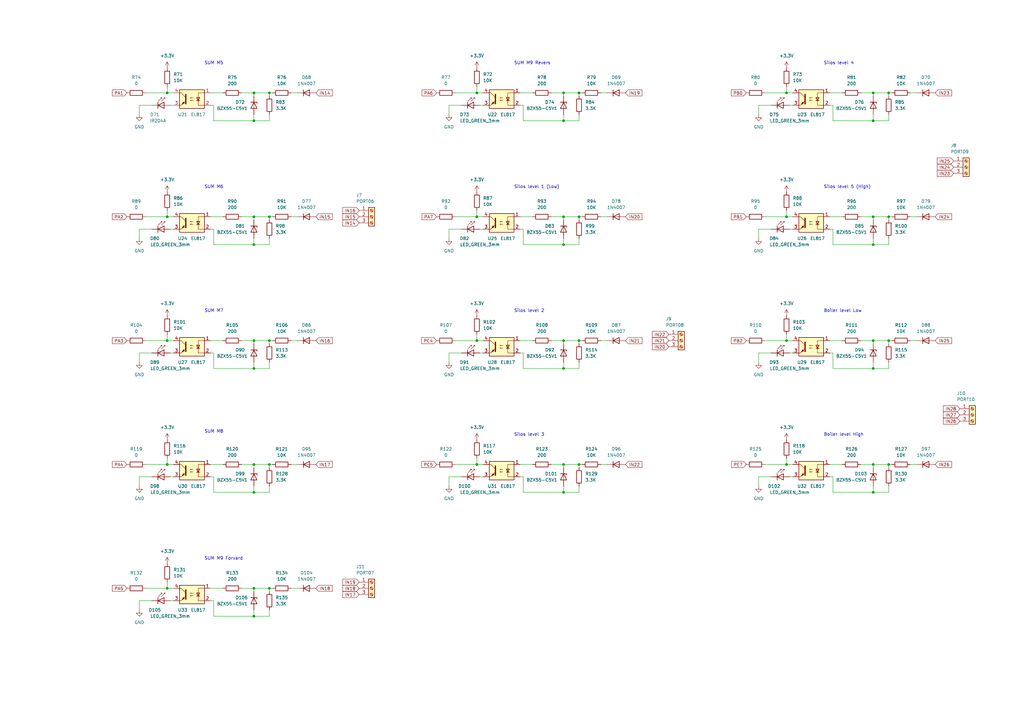
<source format=kicad_sch>
(kicad_sch (version 20211123) (generator eeschema)
  (paper "A3")
  (junction (at 104.14 38.1))
  (junction (at 358.14 139.7))
  (junction (at 195.58 38.1))
  (junction (at 231.14 100.33))
  (junction (at 237.49 88.9))
  (junction (at 68.58 190.5))
  (junction (at 364.49 190.5))
  (junction (at 68.58 88.9))
  (junction (at 358.14 88.9))
  (junction (at 358.14 100.33))
  (junction (at 231.14 151.13))
  (junction (at 195.58 88.9))
  (junction (at 231.14 38.1))
  (junction (at 231.14 190.5))
  (junction (at 364.49 139.7))
  (junction (at 322.58 139.7))
  (junction (at 231.14 49.53))
  (junction (at 104.14 100.33))
  (junction (at 110.49 139.7))
  (junction (at 104.14 139.7))
  (junction (at 231.14 201.93))
  (junction (at 237.49 139.7))
  (junction (at 358.14 49.53))
  (junction (at 104.14 241.3))
  (junction (at 322.58 190.5))
  (junction (at 104.14 88.9))
  (junction (at 68.58 139.7))
  (junction (at 322.58 88.9))
  (junction (at 358.14 151.13))
  (junction (at 104.14 151.13))
  (junction (at 110.49 88.9))
  (junction (at 358.14 38.1))
  (junction (at 104.14 201.93))
  (junction (at 68.58 241.3))
  (junction (at 195.58 190.5))
  (junction (at 110.49 241.3))
  (junction (at 104.14 190.5))
  (junction (at 358.14 190.5))
  (junction (at 237.49 190.5))
  (junction (at 110.49 38.1))
  (junction (at 237.49 38.1))
  (junction (at 68.58 38.1))
  (junction (at 110.49 190.5))
  (junction (at 364.49 88.9))
  (junction (at 195.58 139.7))
  (junction (at 231.14 88.9))
  (junction (at 364.49 38.1))
  (junction (at 231.14 139.7))
  (junction (at 358.14 201.93))
  (junction (at 104.14 49.53))
  (junction (at 322.58 38.1))
  (junction (at 104.14 252.73))
  (wire (pts (xy 373.38 88.9) (xy 375.92 88.9)))
  (wire (pts (xy 237.49 97.79) (xy 237.49 100.33)))
  (wire (pts (xy 237.49 38.1) (xy 238.76 38.1)))
  (wire (pts (xy 86.36 38.1) (xy 91.44 38.1)))
  (wire (pts (xy 186.69 38.1) (xy 195.58 38.1)))
  (wire (pts (xy 119.38 139.7) (xy 121.92 139.7)))
  (wire (pts (xy 68.58 238.76) (xy 68.58 241.3)))
  (wire (pts (xy 214.63 151.13) (xy 231.14 151.13)))
  (wire (pts (xy 340.36 93.98) (xy 341.63 93.98)))
  (wire (pts (xy 313.69 38.1) (xy 322.58 38.1)))
  (wire (pts (xy 110.49 46.99) (xy 110.49 49.53)))
  (wire (pts (xy 87.63 201.93) (xy 104.14 201.93)))
  (wire (pts (xy 184.15 93.98) (xy 189.23 93.98)))
  (wire (pts (xy 68.58 88.9) (xy 71.12 88.9)))
  (wire (pts (xy 353.06 190.5) (xy 358.14 190.5)))
  (wire (pts (xy 364.49 97.79) (xy 364.49 100.33)))
  (wire (pts (xy 341.63 43.18) (xy 341.63 49.53)))
  (wire (pts (xy 237.49 151.13) (xy 231.14 151.13)))
  (wire (pts (xy 184.15 199.39) (xy 184.15 195.58)))
  (wire (pts (xy 358.14 139.7) (xy 364.49 139.7)))
  (wire (pts (xy 57.15 246.38) (xy 62.23 246.38)))
  (wire (pts (xy 246.38 139.7) (xy 248.92 139.7)))
  (wire (pts (xy 68.58 137.16) (xy 68.58 139.7)))
  (wire (pts (xy 364.49 148.59) (xy 364.49 151.13)))
  (wire (pts (xy 196.85 195.58) (xy 198.12 195.58)))
  (wire (pts (xy 69.85 144.78) (xy 71.12 144.78)))
  (wire (pts (xy 87.63 195.58) (xy 87.63 201.93)))
  (wire (pts (xy 373.38 38.1) (xy 375.92 38.1)))
  (wire (pts (xy 231.14 148.59) (xy 231.14 151.13)))
  (wire (pts (xy 99.06 139.7) (xy 104.14 139.7)))
  (wire (pts (xy 57.15 97.79) (xy 57.15 93.98)))
  (wire (pts (xy 237.49 201.93) (xy 231.14 201.93)))
  (wire (pts (xy 110.49 252.73) (xy 104.14 252.73)))
  (wire (pts (xy 358.14 39.37) (xy 358.14 38.1)))
  (wire (pts (xy 322.58 187.96) (xy 322.58 190.5)))
  (wire (pts (xy 323.85 93.98) (xy 325.12 93.98)))
  (wire (pts (xy 341.63 151.13) (xy 358.14 151.13)))
  (wire (pts (xy 195.58 38.1) (xy 198.12 38.1)))
  (wire (pts (xy 110.49 190.5) (xy 111.76 190.5)))
  (wire (pts (xy 358.14 46.99) (xy 358.14 49.53)))
  (wire (pts (xy 104.14 139.7) (xy 110.49 139.7)))
  (wire (pts (xy 68.58 190.5) (xy 71.12 190.5)))
  (wire (pts (xy 68.58 35.56) (xy 68.58 38.1)))
  (wire (pts (xy 237.49 46.99) (xy 237.49 49.53)))
  (wire (pts (xy 86.36 43.18) (xy 87.63 43.18)))
  (wire (pts (xy 358.14 90.17) (xy 358.14 88.9)))
  (wire (pts (xy 195.58 86.36) (xy 195.58 88.9)))
  (wire (pts (xy 110.49 38.1) (xy 111.76 38.1)))
  (wire (pts (xy 110.49 97.79) (xy 110.49 100.33)))
  (wire (pts (xy 364.49 190.5) (xy 365.76 190.5)))
  (wire (pts (xy 195.58 187.96) (xy 195.58 190.5)))
  (wire (pts (xy 340.36 139.7) (xy 345.44 139.7)))
  (wire (pts (xy 364.49 38.1) (xy 365.76 38.1)))
  (wire (pts (xy 86.36 93.98) (xy 87.63 93.98)))
  (wire (pts (xy 358.14 190.5) (xy 364.49 190.5)))
  (wire (pts (xy 364.49 39.37) (xy 364.49 38.1)))
  (wire (pts (xy 104.14 190.5) (xy 110.49 190.5)))
  (wire (pts (xy 231.14 39.37) (xy 231.14 38.1)))
  (wire (pts (xy 341.63 49.53) (xy 358.14 49.53)))
  (wire (pts (xy 231.14 97.79) (xy 231.14 100.33)))
  (wire (pts (xy 358.14 199.39) (xy 358.14 201.93)))
  (wire (pts (xy 110.49 90.17) (xy 110.49 88.9)))
  (wire (pts (xy 57.15 195.58) (xy 62.23 195.58)))
  (wire (pts (xy 353.06 139.7) (xy 358.14 139.7)))
  (wire (pts (xy 364.49 88.9) (xy 365.76 88.9)))
  (wire (pts (xy 195.58 35.56) (xy 195.58 38.1)))
  (wire (pts (xy 86.36 144.78) (xy 87.63 144.78)))
  (wire (pts (xy 341.63 100.33) (xy 358.14 100.33)))
  (wire (pts (xy 237.49 191.77) (xy 237.49 190.5)))
  (wire (pts (xy 322.58 38.1) (xy 325.12 38.1)))
  (wire (pts (xy 322.58 137.16) (xy 322.58 139.7)))
  (wire (pts (xy 99.06 88.9) (xy 104.14 88.9)))
  (wire (pts (xy 213.36 139.7) (xy 218.44 139.7)))
  (wire (pts (xy 59.69 38.1) (xy 68.58 38.1)))
  (wire (pts (xy 246.38 190.5) (xy 248.92 190.5)))
  (wire (pts (xy 59.69 190.5) (xy 68.58 190.5)))
  (wire (pts (xy 364.49 90.17) (xy 364.49 88.9)))
  (wire (pts (xy 195.58 137.16) (xy 195.58 139.7)))
  (wire (pts (xy 57.15 144.78) (xy 62.23 144.78)))
  (wire (pts (xy 358.14 38.1) (xy 364.49 38.1)))
  (wire (pts (xy 231.14 140.97) (xy 231.14 139.7)))
  (wire (pts (xy 213.36 190.5) (xy 218.44 190.5)))
  (wire (pts (xy 110.49 88.9) (xy 111.76 88.9)))
  (wire (pts (xy 340.36 190.5) (xy 345.44 190.5)))
  (wire (pts (xy 184.15 148.59) (xy 184.15 144.78)))
  (wire (pts (xy 104.14 241.3) (xy 110.49 241.3)))
  (wire (pts (xy 68.58 187.96) (xy 68.58 190.5)))
  (wire (pts (xy 322.58 88.9) (xy 325.12 88.9)))
  (wire (pts (xy 364.49 191.77) (xy 364.49 190.5)))
  (wire (pts (xy 110.49 201.93) (xy 104.14 201.93)))
  (wire (pts (xy 364.49 140.97) (xy 364.49 139.7)))
  (wire (pts (xy 68.58 241.3) (xy 71.12 241.3)))
  (wire (pts (xy 186.69 88.9) (xy 195.58 88.9)))
  (wire (pts (xy 237.49 88.9) (xy 238.76 88.9)))
  (wire (pts (xy 373.38 190.5) (xy 375.92 190.5)))
  (wire (pts (xy 353.06 88.9) (xy 358.14 88.9)))
  (wire (pts (xy 68.58 139.7) (xy 71.12 139.7)))
  (wire (pts (xy 110.49 199.39) (xy 110.49 201.93)))
  (wire (pts (xy 86.36 139.7) (xy 91.44 139.7)))
  (wire (pts (xy 246.38 38.1) (xy 248.92 38.1)))
  (wire (pts (xy 119.38 88.9) (xy 121.92 88.9)))
  (wire (pts (xy 104.14 199.39) (xy 104.14 201.93)))
  (wire (pts (xy 110.49 191.77) (xy 110.49 190.5)))
  (wire (pts (xy 214.63 195.58) (xy 214.63 201.93)))
  (wire (pts (xy 68.58 38.1) (xy 71.12 38.1)))
  (wire (pts (xy 119.38 38.1) (xy 121.92 38.1)))
  (wire (pts (xy 69.85 43.18) (xy 71.12 43.18)))
  (wire (pts (xy 57.15 93.98) (xy 62.23 93.98)))
  (wire (pts (xy 57.15 250.19) (xy 57.15 246.38)))
  (wire (pts (xy 86.36 195.58) (xy 87.63 195.58)))
  (wire (pts (xy 87.63 246.38) (xy 87.63 252.73)))
  (wire (pts (xy 119.38 190.5) (xy 121.92 190.5)))
  (wire (pts (xy 59.69 88.9) (xy 68.58 88.9)))
  (wire (pts (xy 104.14 97.79) (xy 104.14 100.33)))
  (wire (pts (xy 110.49 242.57) (xy 110.49 241.3)))
  (wire (pts (xy 311.15 46.99) (xy 311.15 43.18)))
  (wire (pts (xy 195.58 139.7) (xy 198.12 139.7)))
  (wire (pts (xy 313.69 190.5) (xy 322.58 190.5)))
  (wire (pts (xy 104.14 88.9) (xy 110.49 88.9)))
  (wire (pts (xy 86.36 246.38) (xy 87.63 246.38)))
  (wire (pts (xy 341.63 195.58) (xy 341.63 201.93)))
  (wire (pts (xy 364.49 100.33) (xy 358.14 100.33)))
  (wire (pts (xy 68.58 86.36) (xy 68.58 88.9)))
  (wire (pts (xy 196.85 144.78) (xy 198.12 144.78)))
  (wire (pts (xy 213.36 43.18) (xy 214.63 43.18)))
  (wire (pts (xy 226.06 88.9) (xy 231.14 88.9)))
  (wire (pts (xy 323.85 144.78) (xy 325.12 144.78)))
  (wire (pts (xy 364.49 151.13) (xy 358.14 151.13)))
  (wire (pts (xy 341.63 201.93) (xy 358.14 201.93)))
  (wire (pts (xy 373.38 139.7) (xy 375.92 139.7)))
  (wire (pts (xy 86.36 190.5) (xy 91.44 190.5)))
  (wire (pts (xy 231.14 190.5) (xy 237.49 190.5)))
  (wire (pts (xy 104.14 90.17) (xy 104.14 88.9)))
  (wire (pts (xy 186.69 139.7) (xy 195.58 139.7)))
  (wire (pts (xy 237.49 140.97) (xy 237.49 139.7)))
  (wire (pts (xy 322.58 35.56) (xy 322.58 38.1)))
  (wire (pts (xy 214.63 144.78) (xy 214.63 151.13)))
  (wire (pts (xy 322.58 139.7) (xy 325.12 139.7)))
  (wire (pts (xy 358.14 148.59) (xy 358.14 151.13)))
  (wire (pts (xy 184.15 144.78) (xy 189.23 144.78)))
  (wire (pts (xy 358.14 88.9) (xy 364.49 88.9)))
  (wire (pts (xy 213.36 195.58) (xy 214.63 195.58)))
  (wire (pts (xy 87.63 49.53) (xy 104.14 49.53)))
  (wire (pts (xy 104.14 46.99) (xy 104.14 49.53)))
  (wire (pts (xy 110.49 148.59) (xy 110.49 151.13)))
  (wire (pts (xy 313.69 88.9) (xy 322.58 88.9)))
  (wire (pts (xy 57.15 43.18) (xy 62.23 43.18)))
  (wire (pts (xy 104.14 191.77) (xy 104.14 190.5)))
  (wire (pts (xy 340.36 43.18) (xy 341.63 43.18)))
  (wire (pts (xy 237.49 100.33) (xy 231.14 100.33)))
  (wire (pts (xy 358.14 191.77) (xy 358.14 190.5)))
  (wire (pts (xy 110.49 49.53) (xy 104.14 49.53)))
  (wire (pts (xy 213.36 38.1) (xy 218.44 38.1)))
  (wire (pts (xy 364.49 201.93) (xy 358.14 201.93)))
  (wire (pts (xy 99.06 241.3) (xy 104.14 241.3)))
  (wire (pts (xy 311.15 144.78) (xy 316.23 144.78)))
  (wire (pts (xy 237.49 90.17) (xy 237.49 88.9)))
  (wire (pts (xy 214.63 43.18) (xy 214.63 49.53)))
  (wire (pts (xy 213.36 144.78) (xy 214.63 144.78)))
  (wire (pts (xy 213.36 88.9) (xy 218.44 88.9)))
  (wire (pts (xy 87.63 252.73) (xy 104.14 252.73)))
  (wire (pts (xy 87.63 100.33) (xy 104.14 100.33)))
  (wire (pts (xy 353.06 38.1) (xy 358.14 38.1)))
  (wire (pts (xy 110.49 39.37) (xy 110.49 38.1)))
  (wire (pts (xy 119.38 241.3) (xy 121.92 241.3)))
  (wire (pts (xy 87.63 151.13) (xy 104.14 151.13)))
  (wire (pts (xy 231.14 191.77) (xy 231.14 190.5)))
  (wire (pts (xy 214.63 100.33) (xy 231.14 100.33)))
  (wire (pts (xy 237.49 139.7) (xy 238.76 139.7)))
  (wire (pts (xy 364.49 46.99) (xy 364.49 49.53)))
  (wire (pts (xy 57.15 199.39) (xy 57.15 195.58)))
  (wire (pts (xy 99.06 190.5) (xy 104.14 190.5)))
  (wire (pts (xy 322.58 86.36) (xy 322.58 88.9)))
  (wire (pts (xy 313.69 139.7) (xy 322.58 139.7)))
  (wire (pts (xy 340.36 195.58) (xy 341.63 195.58)))
  (wire (pts (xy 364.49 139.7) (xy 365.76 139.7)))
  (wire (pts (xy 364.49 49.53) (xy 358.14 49.53)))
  (wire (pts (xy 364.49 199.39) (xy 364.49 201.93)))
  (wire (pts (xy 195.58 88.9) (xy 198.12 88.9)))
  (wire (pts (xy 59.69 139.7) (xy 68.58 139.7)))
  (wire (pts (xy 231.14 38.1) (xy 237.49 38.1)))
  (wire (pts (xy 87.63 144.78) (xy 87.63 151.13)))
  (wire (pts (xy 104.14 38.1) (xy 110.49 38.1)))
  (wire (pts (xy 86.36 241.3) (xy 91.44 241.3)))
  (wire (pts (xy 110.49 250.19) (xy 110.49 252.73)))
  (wire (pts (xy 311.15 97.79) (xy 311.15 93.98)))
  (wire (pts (xy 184.15 43.18) (xy 189.23 43.18)))
  (wire (pts (xy 340.36 88.9) (xy 345.44 88.9)))
  (wire (pts (xy 104.14 148.59) (xy 104.14 151.13)))
  (wire (pts (xy 341.63 144.78) (xy 341.63 151.13)))
  (wire (pts (xy 86.36 88.9) (xy 91.44 88.9)))
  (wire (pts (xy 311.15 43.18) (xy 316.23 43.18)))
  (wire (pts (xy 196.85 43.18) (xy 198.12 43.18)))
  (wire (pts (xy 196.85 93.98) (xy 198.12 93.98)))
  (wire (pts (xy 104.14 39.37) (xy 104.14 38.1)))
  (wire (pts (xy 195.58 190.5) (xy 198.12 190.5)))
  (wire (pts (xy 57.15 148.59) (xy 57.15 144.78)))
  (wire (pts (xy 231.14 46.99) (xy 231.14 49.53)))
  (wire (pts (xy 358.14 140.97) (xy 358.14 139.7)))
  (wire (pts (xy 59.69 241.3) (xy 68.58 241.3)))
  (wire (pts (xy 110.49 151.13) (xy 104.14 151.13)))
  (wire (pts (xy 340.36 144.78) (xy 341.63 144.78)))
  (wire (pts (xy 104.14 242.57) (xy 104.14 241.3)))
  (wire (pts (xy 226.06 190.5) (xy 231.14 190.5)))
  (wire (pts (xy 186.69 190.5) (xy 195.58 190.5)))
  (wire (pts (xy 231.14 139.7) (xy 237.49 139.7)))
  (wire (pts (xy 110.49 241.3) (xy 111.76 241.3)))
  (wire (pts (xy 110.49 140.97) (xy 110.49 139.7)))
  (wire (pts (xy 237.49 49.53) (xy 231.14 49.53)))
  (wire (pts (xy 311.15 199.39) (xy 311.15 195.58)))
  (wire (pts (xy 323.85 195.58) (xy 325.12 195.58)))
  (wire (pts (xy 341.63 93.98) (xy 341.63 100.33)))
  (wire (pts (xy 184.15 97.79) (xy 184.15 93.98)))
  (wire (pts (xy 231.14 90.17) (xy 231.14 88.9)))
  (wire (pts (xy 231.14 199.39) (xy 231.14 201.93)))
  (wire (pts (xy 69.85 246.38) (xy 71.12 246.38)))
  (wire (pts (xy 87.63 93.98) (xy 87.63 100.33)))
  (wire (pts (xy 99.06 38.1) (xy 104.14 38.1)))
  (wire (pts (xy 231.14 88.9) (xy 237.49 88.9)))
  (wire (pts (xy 226.06 38.1) (xy 231.14 38.1)))
  (wire (pts (xy 226.06 139.7) (xy 231.14 139.7)))
  (wire (pts (xy 237.49 199.39) (xy 237.49 201.93)))
  (wire (pts (xy 184.15 46.99) (xy 184.15 43.18)))
  (wire (pts (xy 237.49 39.37) (xy 237.49 38.1)))
  (wire (pts (xy 311.15 195.58) (xy 316.23 195.58)))
  (wire (pts (xy 87.63 43.18) (xy 87.63 49.53)))
  (wire (pts (xy 184.15 195.58) (xy 189.23 195.58)))
  (wire (pts (xy 322.58 190.5) (xy 325.12 190.5)))
  (wire (pts (xy 214.63 49.53) (xy 231.14 49.53)))
  (wire (pts (xy 214.63 93.98) (xy 214.63 100.33)))
  (wire (pts (xy 110.49 100.33) (xy 104.14 100.33)))
  (wire (pts (xy 340.36 38.1) (xy 345.44 38.1)))
  (wire (pts (xy 69.85 93.98) (xy 71.12 93.98)))
  (wire (pts (xy 110.49 139.7) (xy 111.76 139.7)))
  (wire (pts (xy 323.85 43.18) (xy 325.12 43.18)))
  (wire (pts (xy 237.49 190.5) (xy 238.76 190.5)))
  (wire (pts (xy 246.38 88.9) (xy 248.92 88.9)))
  (wire (pts (xy 213.36 93.98) (xy 214.63 93.98)))
  (wire (pts (xy 358.14 97.79) (xy 358.14 100.33)))
  (wire (pts (xy 57.15 46.99) (xy 57.15 43.18)))
  (wire (pts (xy 69.85 195.58) (xy 71.12 195.58)))
  (wire (pts (xy 311.15 93.98) (xy 316.23 93.98)))
  (wire (pts (xy 104.14 140.97) (xy 104.14 139.7)))
  (wire (pts (xy 311.15 148.59) (xy 311.15 144.78)))
  (wire (pts (xy 104.14 250.19) (xy 104.14 252.73)))
  (wire (pts (xy 214.63 201.93) (xy 231.14 201.93)))
  (wire (pts (xy 237.49 148.59) (xy 237.49 151.13)))
  (text "SUM M7" (at 83.82 128.27 0) (effects (font (size 1.27 1.27)) (justify left bottom)))
  (text "SUM M9 Revers" (at 210.82 26.67 0) (effects (font (size 1.27 1.27)) (justify left bottom)))
  (text "Boiler level Low" (at 337.82 128.27 0) (effects (font (size 1.27 1.27)) (justify left bottom)))
  (text "SUM M6" (at 83.82 77.47 0) (effects (font (size 1.27 1.27)) (justify left bottom)))
  (text "Silos level 3" (at 210.82 179.07 0) (effects (font (size 1.27 1.27)) (justify left bottom)))
  (text "Silos level 1 (Low)" (at 210.82 77.47 0) (effects (font (size 1.27 1.27)) (justify left bottom)))
  (text "Silos level 2" (at 210.82 128.27 0) (effects (font (size 1.27 1.27)) (justify left bottom)))
  (text "SUM M5" (at 83.82 26.67 0) (effects (font (size 1.27 1.27)) (justify left bottom)))
  (text "SUM M8" (at 83.82 177.8 0) (effects (font (size 1.27 1.27)) (justify left bottom)))
  (text "Silos level 4" (at 337.82 26.67 0) (effects (font (size 1.27 1.27)) (justify left bottom)))
  (text "Silos level 5 (High)" (at 337.82 77.47 0) (effects (font (size 1.27 1.27)) (justify left bottom)))
  (text "SUM M9 Forvard" (at 83.82 229.87 0) (effects (font (size 1.27 1.27)) (justify left bottom)))
  (text "Boiler level High" (at 337.82 179.07 0) (effects (font (size 1.27 1.27)) (justify left bottom)))
  (global_label "IN17" (shape input) (at 129.54 190.5 0) (property "Intersheet References" "${INTERSHEET_REFS}" (effects hide)))
  (global_label "IN14" (shape input) (at 129.54 38.1 0) (property "Intersheet References" "${INTERSHEET_REFS}" (effects hide)))
  (global_label "IN24" (shape input) (at 383.54 88.9 0) (property "Intersheet References" "${INTERSHEET_REFS}" (effects hide)))
  (global_label "IN18" (shape input) (at 147.32 241.3 180) (property "Intersheet References" "${INTERSHEET_REFS}" (effects hide)))
  (global_label "IN15" (shape input) (at 129.54 88.9 0) (property "Intersheet References" "${INTERSHEET_REFS}" (effects hide)))
  (global_label "IN18" (shape input) (at 129.54 241.3 0) (property "Intersheet References" "${INTERSHEET_REFS}" (effects hide)))
  (global_label "IN28" (shape input) (at 393.7 167.64 180) (property "Intersheet References" "${INTERSHEET_REFS}" (effects hide)))
  (global_label "IN26" (shape input) (at 393.7 172.72 180) (property "Intersheet References" "${INTERSHEET_REFS}" (effects hide)))
  (global_label "IN21" (shape input) (at 256.54 139.7 0) (property "Intersheet References" "${INTERSHEET_REFS}" (effects hide)))
  (global_label "PA2" (shape input) (at 52.07 88.9 180) (property "Intersheet References" "${INTERSHEET_REFS}" (effects hide)))
  (global_label "PA1" (shape input) (at 52.07 38.1 180) (property "Intersheet References" "${INTERSHEET_REFS}" (effects hide)))
  (global_label "IN22" (shape input) (at 256.54 190.5 0) (property "Intersheet References" "${INTERSHEET_REFS}" (effects hide)))
  (global_label "IN19" (shape input) (at 147.32 238.76 180) (property "Intersheet References" "${INTERSHEET_REFS}" (effects hide)))
  (global_label "IN22" (shape input) (at 274.32 137.16 180) (property "Intersheet References" "${INTERSHEET_REFS}" (effects hide)))
  (global_label "IN25" (shape input) (at 383.54 139.7 0) (property "Intersheet References" "${INTERSHEET_REFS}" (effects hide)))
  (global_label "PA3" (shape input) (at 52.07 139.7 180) (property "Intersheet References" "${INTERSHEET_REFS}" (effects hide)))
  (global_label "IN27" (shape input) (at 393.7 170.18 180) (property "Intersheet References" "${INTERSHEET_REFS}" (effects hide)))
  (global_label "IN23" (shape input) (at 383.54 38.1 0) (property "Intersheet References" "${INTERSHEET_REFS}" (effects hide)))
  (global_label "IN23" (shape input) (at 391.16 71.12 180) (property "Intersheet References" "${INTERSHEET_REFS}" (effects hide)))
  (global_label "PC4" (shape input) (at 179.07 139.7 180) (property "Intersheet References" "${INTERSHEET_REFS}" (effects hide)))
  (global_label "PB2" (shape input) (at 306.07 139.7 180) (property "Intersheet References" "${INTERSHEET_REFS}" (effects hide)))
  (global_label "IN16" (shape input) (at 129.54 139.7 0) (property "Intersheet References" "${INTERSHEET_REFS}" (effects hide)))
  (global_label "PA7" (shape input) (at 179.07 88.9 180) (property "Intersheet References" "${INTERSHEET_REFS}" (effects hide)))
  (global_label "IN24" (shape input) (at 391.16 68.58 180) (property "Intersheet References" "${INTERSHEET_REFS}" (effects hide)))
  (global_label "IN20" (shape input) (at 256.54 88.9 0) (property "Intersheet References" "${INTERSHEET_REFS}" (effects hide)))
  (global_label "IN14" (shape input) (at 147.32 91.44 180) (property "Intersheet References" "${INTERSHEET_REFS}" (effects hide)))
  (global_label "PC5" (shape input) (at 179.07 190.5 180) (property "Intersheet References" "${INTERSHEET_REFS}" (effects hide)))
  (global_label "IN16" (shape input) (at 147.32 86.36 180) (property "Intersheet References" "${INTERSHEET_REFS}" (effects hide)))
  (global_label "PB1" (shape input) (at 306.07 88.9 180) (property "Intersheet References" "${INTERSHEET_REFS}" (effects hide)))
  (global_label "PA4" (shape input) (at 52.07 190.5 180) (property "Intersheet References" "${INTERSHEET_REFS}" (effects hide)))
  (global_label "PE7" (shape input) (at 306.07 190.5 180) (property "Intersheet References" "${INTERSHEET_REFS}" (effects hide)))
  (global_label "IN17" (shape input) (at 147.32 243.84 180) (property "Intersheet References" "${INTERSHEET_REFS}" (effects hide)))
  (global_label "IN15" (shape input) (at 147.32 88.9 180) (property "Intersheet References" "${INTERSHEET_REFS}" (effects hide)))
  (global_label "PA6" (shape input) (at 179.07 38.1 180) (property "Intersheet References" "${INTERSHEET_REFS}" (effects hide)))
  (global_label "PA5" (shape input) (at 52.07 241.3 180) (property "Intersheet References" "${INTERSHEET_REFS}" (effects hide)))
  (global_label "IN26" (shape input) (at 383.54 190.5 0) (property "Intersheet References" "${INTERSHEET_REFS}" (effects hide)))
  (global_label "IN25" (shape input) (at 391.16 66.04 180) (property "Intersheet References" "${INTERSHEET_REFS}" (effects hide)))
  (global_label "PB0" (shape input) (at 306.07 38.1 180) (property "Intersheet References" "${INTERSHEET_REFS}" (effects hide)))
  (global_label "IN20" (shape input) (at 274.32 142.24 180) (property "Intersheet References" "${INTERSHEET_REFS}" (effects hide)))
  (global_label "IN19" (shape input) (at 256.54 38.1 0) (property "Intersheet References" "${INTERSHEET_REFS}" (effects hide)))
  (global_label "IN21" (shape input) (at 274.32 139.7 180) (property "Intersheet References" "${INTERSHEET_REFS}" (effects hide)))
  (symbol (lib_id "power:+3.3V") (at 68.58 27.94 0) (unit 1)
    (property "Reference" "#PWR053" (effects hide))
    (property "Value" "+3.3V" (at 68.58 22.86 0))
  )
  (symbol (lib_id "power:GND") (at 311.15 199.39 0) (unit 1)
    (property "Reference" "#PWR076" (effects hide))
    (property "Value" "GND" (at 311.15 204.47 0))
  )
  (symbol (lib_id "Device:R") (at 182.88 139.7 90) (unit 1)
    (property "Reference" "R107" (at 182.88 133.35 90))
    (property "Value" "0" (at 182.88 135.89 90))
    (property "Footprint" "Resistor_SMD:R_0805_2012Metric" (effects hide))
  )
  (symbol (lib_id "Device:R") (at 369.57 38.1 90) (unit 1)
    (property "Reference" "R82" (at 369.57 31.75 90))
    (property "Value" "10K" (at 369.57 34.29 90))
    (property "Footprint" "Resistor_SMD:R_2512_6332Metric" (effects hide))
  )
  (symbol (lib_id "Device:R") (at 369.57 88.9 90) (unit 1)
    (property "Reference" "R97" (at 369.57 82.55 90))
    (property "Value" "10K" (at 369.57 85.09 90))
    (property "Footprint" "Resistor_SMD:R_2512_6332Metric" (effects hide))
  )
  (symbol (lib_id "Device:R") (at 237.49 195.58 0) (unit 1)
    (property "Reference" "R129" (at 240.03 194.3099 0) (effects (justify left)))
    (property "Value" "3.3K" (at 240.03 196.8499 0) (effects (justify left)))
    (property "Footprint" "Resistor_SMD:R_1206_3216Metric" (effects hide))
  )
  (symbol (lib_id "Device:R") (at 309.88 190.5 90) (unit 1)
    (property "Reference" "R125" (at 309.88 184.15 90))
    (property "Value" "0" (at 309.88 186.69 90))
    (property "Footprint" "Resistor_SMD:R_0805_2012Metric" (effects hide))
  )
  (symbol (lib_id "Device:R") (at 237.49 93.98 0) (unit 1)
    (property "Reference" "R99" (at 240.03 92.7099 0) (effects (justify left)))
    (property "Value" "3.3K" (at 240.03 95.2499 0) (effects (justify left)))
    (property "Footprint" "Resistor_SMD:R_1206_3216Metric" (effects hide))
  )
  (symbol (lib_id "power:+3.3V") (at 68.58 231.14 0) (unit 1)
    (property "Reference" "#PWR077" (effects hide))
    (property "Value" "+3.3V" (at 68.58 226.06 0))
  )
  (symbol (lib_id "Device:D_Zener") (at 358.14 93.98 270) (unit 1)
    (property "Reference" "D85" (at 350.52 92.71 90) (effects (justify left)))
    (property "Value" "BZX55-C5V1" (at 342.9 95.25 90) (effects (justify left)))
    (property "Footprint" "Diode_THT:D_DO-35_SOD27_P2.54mm_Vertical_AnodeUp" (effects hide))
  )
  (symbol (lib_id "Device:D_Zener") (at 358.14 144.78 270) (unit 1)
    (property "Reference" "D94" (at 350.52 143.51 90) (effects (justify left)))
    (property "Value" "BZX55-C5V1" (at 342.9 146.05 90) (effects (justify left)))
    (property "Footprint" "Diode_THT:D_DO-35_SOD27_P2.54mm_Vertical_AnodeUp" (effects hide))
  )
  (symbol (lib_id "power:+3.3V") (at 68.58 78.74 0) (unit 1)
    (property "Reference" "#PWR059" (effects hide))
    (property "Value" "+3.3V" (at 68.58 73.66 0))
  )
  (symbol (lib_id "Connector:Screw_Terminal_01x03") (at 152.4 88.9 0) (unit 1)
    (property "Reference" "J7" (at 146.05 80.01 0) (effects (justify left)))
    (property "Value" "PORT06" (at 146.05 82.55 0) (effects (justify left)))
    (property "Footprint" "MY_LIBRARYS:DG306-5.0-03P-12-00A" (effects hide))
  )
  (symbol (lib_id "Device:R") (at 95.25 190.5 90) (unit 1)
    (property "Reference" "R120" (at 95.25 184.15 90))
    (property "Value" "200" (at 95.25 186.69 90))
    (property "Footprint" "Resistor_SMD:R_0805_2012Metric" (effects hide))
  )
  (symbol (lib_id "power:GND") (at 184.15 97.79 0) (unit 1)
    (property "Reference" "#PWR063" (effects hide))
    (property "Value" "GND" (at 184.15 102.87 0))
  )
  (symbol (lib_id "power:GND") (at 57.15 46.99 0) (unit 1)
    (property "Reference" "#PWR056" (effects hide))
    (property "Value" "GND" (at 57.15 52.07 0))
  )
  (symbol (lib_id "LED:IR204A") (at 194.31 43.18 0) (unit 1)
    (property "Reference" "D73" (at 190.5 46.99 0))
    (property "Value" "LED_GREEN_3mm" (at 196.85 49.53 0))
    (property "Footprint" "LED_THT:LED_D3.0mm" (effects hide))
    (property "Datasheet" "http://www.everlight.com/file/ProductFile/IR204-A.pdf" (effects hide))
  )
  (symbol (lib_id "Device:R") (at 182.88 38.1 90) (unit 1)
    (property "Reference" "R77" (at 182.88 31.75 90))
    (property "Value" "0" (at 182.88 34.29 90))
    (property "Footprint" "Resistor_SMD:R_0805_2012Metric" (effects hide))
  )
  (symbol (lib_id "Isolator:EL817") (at 78.74 193.04 0) (mirror y) (unit 1)
    (property "Reference" "U30" (at 74.93 199.39 0))
    (property "Value" "EL817" (at 81.28 199.39 0))
    (property "Footprint" "Package_DIP:DIP-4_W7.62mm" (effects hide))
    (property "Datasheet" "http://www.everlight.com/file/ProductFile/EL817.pdf" (effects hide))
  )
  (symbol (lib_id "Device:R") (at 309.88 139.7 90) (unit 1)
    (property "Reference" "R110" (at 309.88 133.35 90))
    (property "Value" "0" (at 309.88 135.89 90))
    (property "Footprint" "Resistor_SMD:R_0805_2012Metric" (effects hide))
  )
  (symbol (lib_id "Device:R") (at 95.25 139.7 90) (unit 1)
    (property "Reference" "R105" (at 95.25 133.35 90))
    (property "Value" "200" (at 95.25 135.89 90))
    (property "Footprint" "Resistor_SMD:R_0805_2012Metric" (effects hide))
  )
  (symbol (lib_id "power:+3.3V") (at 322.58 180.34 0) (unit 1)
    (property "Reference" "#PWR073" (effects hide))
    (property "Value" "+3.3V" (at 322.58 175.26 0))
  )
  (symbol (lib_id "Device:R") (at 115.57 241.3 90) (unit 1)
    (property "Reference" "R134" (at 115.57 234.95 90))
    (property "Value" "10K" (at 115.57 237.49 90))
    (property "Footprint" "Resistor_SMD:R_2512_6332Metric" (effects hide))
  )
  (symbol (lib_id "Diode:1N4007") (at 379.73 139.7 0) (unit 1)
    (property "Reference" "D88" (at 379.73 133.35 0))
    (property "Value" "1N4007" (at 379.73 135.89 0))
    (property "Footprint" "Diode_THT:D_DO-41_SOD81_P10.16mm_Horizontal" (effects hide))
    (property "Datasheet" "http://www.vishay.com/docs/88503/1n4001.pdf" (effects hide))
  )
  (symbol (lib_id "Isolator:EL817") (at 332.74 40.64 0) (mirror y) (unit 1)
    (property "Reference" "U23" (at 328.93 46.99 0))
    (property "Value" "EL817" (at 335.28 46.99 0))
    (property "Footprint" "Package_DIP:DIP-4_W7.62mm" (effects hide))
    (property "Datasheet" "http://www.everlight.com/file/ProductFile/EL817.pdf" (effects hide))
  )
  (symbol (lib_id "power:+3.3V") (at 322.58 27.94 0) (unit 1)
    (property "Reference" "#PWR055" (effects hide))
    (property "Value" "+3.3V" (at 322.58 22.86 0))
  )
  (symbol (lib_id "Device:D_Zener") (at 104.14 246.38 270) (unit 1)
    (property "Reference" "D106" (at 96.52 245.11 90) (effects (justify left)))
    (property "Value" "BZX55-C5V1" (at 88.9 247.65 90) (effects (justify left)))
    (property "Footprint" "Diode_THT:D_DO-35_SOD27_P2.54mm_Vertical_AnodeUp" (effects hide))
  )
  (symbol (lib_id "power:+3.3V") (at 195.58 27.94 0) (unit 1)
    (property "Reference" "#PWR054" (effects hide))
    (property "Value" "+3.3V" (at 195.58 22.86 0))
  )
  (symbol (lib_id "Isolator:EL817") (at 205.74 142.24 0) (mirror y) (unit 1)
    (property "Reference" "U28" (at 201.93 148.59 0))
    (property "Value" "EL817" (at 208.28 148.59 0))
    (property "Footprint" "Package_DIP:DIP-4_W7.62mm" (effects hide))
    (property "Datasheet" "http://www.everlight.com/file/ProductFile/EL817.pdf" (effects hide))
  )
  (symbol (lib_id "Device:R") (at 115.57 88.9 90) (unit 1)
    (property "Reference" "R91" (at 115.57 82.55 90))
    (property "Value" "10K" (at 115.57 85.09 90))
    (property "Footprint" "Resistor_SMD:R_2512_6332Metric" (effects hide))
  )
  (symbol (lib_id "Diode:1N4007") (at 125.73 139.7 0) (unit 1)
    (property "Reference" "D86" (at 125.73 133.35 0))
    (property "Value" "1N4007" (at 125.73 135.89 0))
    (property "Footprint" "Diode_THT:D_DO-41_SOD81_P10.16mm_Horizontal" (effects hide))
    (property "Datasheet" "http://www.vishay.com/docs/88503/1n4001.pdf" (effects hide))
  )
  (symbol (lib_id "Device:R") (at 95.25 241.3 90) (unit 1)
    (property "Reference" "R133" (at 95.25 234.95 90))
    (property "Value" "200" (at 95.25 237.49 90))
    (property "Footprint" "Resistor_SMD:R_0805_2012Metric" (effects hide))
  )
  (symbol (lib_id "Device:R") (at 222.25 139.7 90) (unit 1)
    (property "Reference" "R108" (at 222.25 133.35 90))
    (property "Value" "200" (at 222.25 135.89 90))
    (property "Footprint" "Resistor_SMD:R_0805_2012Metric" (effects hide))
  )
  (symbol (lib_id "Isolator:EL817") (at 78.74 142.24 0) (mirror y) (unit 1)
    (property "Reference" "U27" (at 74.93 148.59 0))
    (property "Value" "EL817" (at 81.28 148.59 0))
    (property "Footprint" "Package_DIP:DIP-4_W7.62mm" (effects hide))
    (property "Datasheet" "http://www.everlight.com/file/ProductFile/EL817.pdf" (effects hide))
  )
  (symbol (lib_id "Device:D_Zener") (at 104.14 144.78 270) (unit 1)
    (property "Reference" "D90" (at 96.52 143.51 90) (effects (justify left)))
    (property "Value" "BZX55-C5V1" (at 88.9 146.05 90) (effects (justify left)))
    (property "Footprint" "Diode_THT:D_DO-35_SOD27_P2.54mm_Vertical_AnodeUp" (effects hide))
  )
  (symbol (lib_id "power:+3.3V") (at 195.58 78.74 0) (unit 1)
    (property "Reference" "#PWR060" (effects hide))
    (property "Value" "+3.3V" (at 195.58 73.66 0))
  )
  (symbol (lib_id "LED:IR204A") (at 67.31 144.78 0) (unit 1)
    (property "Reference" "D89" (at 63.5 148.59 0))
    (property "Value" "LED_GREEN_3mm" (at 69.85 151.13 0))
    (property "Footprint" "LED_THT:LED_D3.0mm" (effects hide))
    (property "Datasheet" "http://www.everlight.com/file/ProductFile/IR204-A.pdf" (effects hide))
  )
  (symbol (lib_id "Device:R") (at 55.88 139.7 90) (unit 1)
    (property "Reference" "R104" (at 55.88 133.35 90))
    (property "Value" "0" (at 55.88 135.89 90))
    (property "Footprint" "Resistor_SMD:R_0805_2012Metric" (effects hide))
  )
  (symbol (lib_id "Device:R") (at 182.88 190.5 90) (unit 1)
    (property "Reference" "R122" (at 182.88 184.15 90))
    (property "Value" "0" (at 182.88 186.69 90))
    (property "Footprint" "Resistor_SMD:R_0805_2012Metric" (effects hide))
  )
  (symbol (lib_id "power:GND") (at 57.15 148.59 0) (unit 1)
    (property "Reference" "#PWR068" (effects hide))
    (property "Value" "GND" (at 57.15 153.67 0))
  )
  (symbol (lib_id "power:+3.3V") (at 322.58 129.54 0) (unit 1)
    (property "Reference" "#PWR067" (effects hide))
    (property "Value" "+3.3V" (at 322.58 124.46 0))
  )
  (symbol (lib_id "Device:D_Zener") (at 231.14 195.58 270) (unit 1)
    (property "Reference" "D101" (at 223.52 194.31 90) (effects (justify left)))
    (property "Value" "BZX55-C5V1" (at 215.9 196.85 90) (effects (justify left)))
    (property "Footprint" "Diode_THT:D_DO-35_SOD27_P2.54mm_Vertical_AnodeUp" (effects hide))
  )
  (symbol (lib_id "Device:D_Zener") (at 104.14 195.58 270) (unit 1)
    (property "Reference" "D99" (at 96.52 194.31 90) (effects (justify left)))
    (property "Value" "BZX55-C5V1" (at 88.9 196.85 90) (effects (justify left)))
    (property "Footprint" "Diode_THT:D_DO-35_SOD27_P2.54mm_Vertical_AnodeUp" (effects hide))
  )
  (symbol (lib_id "power:GND") (at 184.15 148.59 0) (unit 1)
    (property "Reference" "#PWR069" (effects hide))
    (property "Value" "GND" (at 184.15 153.67 0))
  )
  (symbol (lib_id "power:+3.3V") (at 322.58 78.74 0) (unit 1)
    (property "Reference" "#PWR061" (effects hide))
    (property "Value" "+3.3V" (at 322.58 73.66 0))
  )
  (symbol (lib_id "Diode:1N4007") (at 379.73 88.9 0) (unit 1)
    (property "Reference" "D79" (at 379.73 82.55 0))
    (property "Value" "1N4007" (at 379.73 85.09 0))
    (property "Footprint" "Diode_THT:D_DO-41_SOD81_P10.16mm_Horizontal" (effects hide))
    (property "Datasheet" "http://www.vishay.com/docs/88503/1n4001.pdf" (effects hide))
  )
  (symbol (lib_id "Device:R") (at 369.57 190.5 90) (unit 1)
    (property "Reference" "R127" (at 369.57 184.15 90))
    (property "Value" "10K" (at 369.57 186.69 90))
    (property "Footprint" "Resistor_SMD:R_2512_6332Metric" (effects hide))
  )
  (symbol (lib_id "Device:R") (at 237.49 43.18 0) (unit 1)
    (property "Reference" "R84" (at 240.03 41.9099 0) (effects (justify left)))
    (property "Value" "3.3K" (at 240.03 44.4499 0) (effects (justify left)))
    (property "Footprint" "Resistor_SMD:R_1206_3216Metric" (effects hide))
  )
  (symbol (lib_id "Device:D_Zener") (at 104.14 93.98 270) (unit 1)
    (property "Reference" "D81" (at 96.52 92.71 90) (effects (justify left)))
    (property "Value" "BZX55-C5V1" (at 88.9 95.25 90) (effects (justify left)))
    (property "Footprint" "Diode_THT:D_DO-35_SOD27_P2.54mm_Vertical_AnodeUp" (effects hide))
  )
  (symbol (lib_id "LED:IR204A") (at 194.31 144.78 0) (unit 1)
    (property "Reference" "D91" (at 190.5 148.59 0))
    (property "Value" "LED_GREEN_3mm" (at 196.85 151.13 0))
    (property "Footprint" "LED_THT:LED_D3.0mm" (effects hide))
    (property "Datasheet" "http://www.everlight.com/file/ProductFile/IR204-A.pdf" (effects hide))
  )
  (symbol (lib_id "Device:R") (at 195.58 82.55 0) (unit 1)
    (property "Reference" "R87" (at 198.12 81.2799 0) (effects (justify left)))
    (property "Value" "10K" (at 198.12 83.8199 0) (effects (justify left)))
    (property "Footprint" "Resistor_SMD:R_0805_2012Metric" (effects hide))
  )
  (symbol (lib_id "Connector:Screw_Terminal_01x03") (at 396.24 68.58 0) (unit 1)
    (property "Reference" "J8" (at 389.89 59.69 0) (effects (justify left)))
    (property "Value" "PORT09" (at 389.89 62.23 0) (effects (justify left)))
    (property "Footprint" "MY_LIBRARYS:DG306-5.0-03P-12-00A" (effects hide))
  )
  (symbol (lib_id "LED:IR204A") (at 67.31 43.18 0) (unit 1)
    (property "Reference" "D71" (at 63.5 46.99 0))
    (property "Value" "IR204A" (at 64.77 49.53 0))
    (property "Footprint" "LED_THT:LED_D3.0mm_IRBlack" (effects hide))
    (property "Datasheet" "http://www.everlight.com/file/ProductFile/IR204-A.pdf" (effects hide))
  )
  (symbol (lib_id "LED:IR204A") (at 321.31 195.58 0) (unit 1)
    (property "Reference" "D102" (at 317.5 199.39 0))
    (property "Value" "LED_GREEN_3mm" (at 323.85 201.93 0))
    (property "Footprint" "LED_THT:LED_D3.0mm" (effects hide))
    (property "Datasheet" "http://www.everlight.com/file/ProductFile/IR204-A.pdf" (effects hide))
  )
  (symbol (lib_id "Device:R") (at 222.25 88.9 90) (unit 1)
    (property "Reference" "R93" (at 222.25 82.55 90))
    (property "Value" "200" (at 222.25 85.09 90))
    (property "Footprint" "Resistor_SMD:R_0805_2012Metric" (effects hide))
  )
  (symbol (lib_id "Isolator:EL817") (at 332.74 91.44 0) (mirror y) (unit 1)
    (property "Reference" "U26" (at 328.93 97.79 0))
    (property "Value" "EL817" (at 335.28 97.79 0))
    (property "Footprint" "Package_DIP:DIP-4_W7.62mm" (effects hide))
    (property "Datasheet" "http://www.everlight.com/file/ProductFile/EL817.pdf" (effects hide))
  )
  (symbol (lib_id "Connector:Screw_Terminal_01x03") (at 152.4 241.3 0) (unit 1)
    (property "Reference" "J11" (at 146.05 232.41 0) (effects (justify left)))
    (property "Value" "PORT07" (at 146.05 234.95 0) (effects (justify left)))
    (property "Footprint" "MY_LIBRARYS:DG306-5.0-03P-12-00A" (effects hide))
  )
  (symbol (lib_id "Device:R") (at 237.49 144.78 0) (unit 1)
    (property "Reference" "R114" (at 240.03 143.5099 0) (effects (justify left)))
    (property "Value" "3.3K" (at 240.03 146.0499 0) (effects (justify left)))
    (property "Footprint" "Resistor_SMD:R_1206_3216Metric" (effects hide))
  )
  (symbol (lib_id "Isolator:EL817") (at 205.74 193.04 0) (mirror y) (unit 1)
    (property "Reference" "U31" (at 201.93 199.39 0))
    (property "Value" "EL817" (at 208.28 199.39 0))
    (property "Footprint" "Package_DIP:DIP-4_W7.62mm" (effects hide))
    (property "Datasheet" "http://www.everlight.com/file/ProductFile/EL817.pdf" (effects hide))
  )
  (symbol (lib_id "power:GND") (at 184.15 46.99 0) (unit 1)
    (property "Reference" "#PWR057" (effects hide))
    (property "Value" "GND" (at 184.15 52.07 0))
  )
  (symbol (lib_id "Device:R") (at 115.57 190.5 90) (unit 1)
    (property "Reference" "R121" (at 115.57 184.15 90))
    (property "Value" "10K" (at 115.57 186.69 90))
    (property "Footprint" "Resistor_SMD:R_2512_6332Metric" (effects hide))
  )
  (symbol (lib_id "Device:R") (at 115.57 38.1 90) (unit 1)
    (property "Reference" "R76" (at 115.57 31.75 90))
    (property "Value" "10K" (at 115.57 34.29 90))
    (property "Footprint" "Resistor_SMD:R_2512_6332Metric" (effects hide))
  )
  (symbol (lib_id "Isolator:EL817") (at 332.74 142.24 0) (mirror y) (unit 1)
    (property "Reference" "U29" (at 328.93 148.59 0))
    (property "Value" "EL817" (at 335.28 148.59 0))
    (property "Footprint" "Package_DIP:DIP-4_W7.62mm" (effects hide))
    (property "Datasheet" "http://www.everlight.com/file/ProductFile/EL817.pdf" (effects hide))
  )
  (symbol (lib_id "LED:IR204A") (at 321.31 144.78 0) (unit 1)
    (property "Reference" "D93" (at 317.5 148.59 0))
    (property "Value" "LED_GREEN_3mm" (at 323.85 151.13 0))
    (property "Footprint" "LED_THT:LED_D3.0mm" (effects hide))
    (property "Datasheet" "http://www.everlight.com/file/ProductFile/IR204-A.pdf" (effects hide))
  )
  (symbol (lib_id "Device:R") (at 322.58 82.55 0) (unit 1)
    (property "Reference" "R88" (at 325.12 81.2799 0) (effects (justify left)))
    (property "Value" "10K" (at 325.12 83.8199 0) (effects (justify left)))
    (property "Footprint" "Resistor_SMD:R_0805_2012Metric" (effects hide))
  )
  (symbol (lib_id "Device:R") (at 349.25 38.1 90) (unit 1)
    (property "Reference" "R81" (at 349.25 31.75 90))
    (property "Value" "200" (at 349.25 34.29 90))
    (property "Footprint" "Resistor_SMD:R_0805_2012Metric" (effects hide))
  )
  (symbol (lib_id "Device:R") (at 369.57 139.7 90) (unit 1)
    (property "Reference" "R112" (at 369.57 133.35 90))
    (property "Value" "10K" (at 369.57 135.89 90))
    (property "Footprint" "Resistor_SMD:R_2512_6332Metric" (effects hide))
  )
  (symbol (lib_id "Connector:Screw_Terminal_01x03") (at 279.4 139.7 0) (unit 1)
    (property "Reference" "J9" (at 273.05 130.81 0) (effects (justify left)))
    (property "Value" "PORT08" (at 273.05 133.35 0) (effects (justify left)))
    (property "Footprint" "MY_LIBRARYS:DG306-5.0-03P-12-00A" (effects hide))
  )
  (symbol (lib_id "power:GND") (at 57.15 199.39 0) (unit 1)
    (property "Reference" "#PWR074" (effects hide))
    (property "Value" "GND" (at 57.15 204.47 0))
  )
  (symbol (lib_id "Device:R") (at 182.88 88.9 90) (unit 1)
    (property "Reference" "R92" (at 182.88 82.55 90))
    (property "Value" "0" (at 182.88 85.09 90))
    (property "Footprint" "Resistor_SMD:R_0805_2012Metric" (effects hide))
  )
  (symbol (lib_id "Device:R") (at 110.49 246.38 0) (unit 1)
    (property "Reference" "R135" (at 113.03 245.1099 0) (effects (justify left)))
    (property "Value" "3.3K" (at 113.03 247.6499 0) (effects (justify left)))
    (property "Footprint" "Resistor_SMD:R_1206_3216Metric" (effects hide))
  )
  (symbol (lib_id "LED:IR204A") (at 67.31 195.58 0) (unit 1)
    (property "Reference" "D98" (at 63.5 199.39 0))
    (property "Value" "LED_GREEN_3mm" (at 69.85 201.93 0))
    (property "Footprint" "LED_THT:LED_D3.0mm" (effects hide))
    (property "Datasheet" "http://www.everlight.com/file/ProductFile/IR204-A.pdf" (effects hide))
  )
  (symbol (lib_id "Diode:1N4007") (at 379.73 190.5 0) (unit 1)
    (property "Reference" "D97" (at 379.73 184.15 0))
    (property "Value" "1N4007" (at 379.73 186.69 0))
    (property "Footprint" "Diode_THT:D_DO-41_SOD81_P10.16mm_Horizontal" (effects hide))
    (property "Datasheet" "http://www.vishay.com/docs/88503/1n4001.pdf" (effects hide))
  )
  (symbol (lib_id "Isolator:EL817") (at 205.74 91.44 0) (mirror y) (unit 1)
    (property "Reference" "U25" (at 201.93 97.79 0))
    (property "Value" "EL817" (at 208.28 97.79 0))
    (property "Footprint" "Package_DIP:DIP-4_W7.62mm" (effects hide))
    (property "Datasheet" "http://www.everlight.com/file/ProductFile/EL817.pdf" (effects hide))
  )
  (symbol (lib_id "Device:R") (at 195.58 184.15 0) (unit 1)
    (property "Reference" "R117" (at 198.12 182.8799 0) (effects (justify left)))
    (property "Value" "10K" (at 198.12 185.4199 0) (effects (justify left)))
    (property "Footprint" "Resistor_SMD:R_0805_2012Metric" (effects hide))
  )
  (symbol (lib_id "power:GND") (at 57.15 250.19 0) (unit 1)
    (property "Reference" "#PWR078" (effects hide))
    (property "Value" "GND" (at 57.15 255.27 0))
  )
  (symbol (lib_id "Diode:1N4007") (at 125.73 190.5 0) (unit 1)
    (property "Reference" "D95" (at 125.73 184.15 0))
    (property "Value" "1N4007" (at 125.73 186.69 0))
    (property "Footprint" "Diode_THT:D_DO-41_SOD81_P10.16mm_Horizontal" (effects hide))
    (property "Datasheet" "http://www.vishay.com/docs/88503/1n4001.pdf" (effects hide))
  )
  (symbol (lib_id "Device:R") (at 364.49 93.98 0) (unit 1)
    (property "Reference" "R100" (at 367.03 92.7099 0) (effects (justify left)))
    (property "Value" "3.3K" (at 367.03 95.2499 0) (effects (justify left)))
    (property "Footprint" "Resistor_SMD:R_1206_3216Metric" (effects hide))
  )
  (symbol (lib_id "Device:D_Zener") (at 104.14 43.18 270) (unit 1)
    (property "Reference" "D72" (at 96.52 41.91 90) (effects (justify left)))
    (property "Value" "BZX55-C5V1" (at 88.9 44.45 90) (effects (justify left)))
    (property "Footprint" "Diode_THT:D_DO-35_SOD27_P2.54mm_Vertical_AnodeUp" (effects hide))
  )
  (symbol (lib_id "Device:R") (at 195.58 31.75 0) (unit 1)
    (property "Reference" "R72" (at 198.12 30.4799 0) (effects (justify left)))
    (property "Value" "10K" (at 198.12 33.0199 0) (effects (justify left)))
    (property "Footprint" "Resistor_SMD:R_0805_2012Metric" (effects hide))
  )
  (symbol (lib_id "Device:R") (at 55.88 241.3 90) (unit 1)
    (property "Reference" "R132" (at 55.88 234.95 90))
    (property "Value" "0" (at 55.88 237.49 90))
    (property "Footprint" "Resistor_SMD:R_0805_2012Metric" (effects hide))
  )
  (symbol (lib_id "Diode:1N4007") (at 125.73 88.9 0) (unit 1)
    (property "Reference" "D77" (at 125.73 82.55 0))
    (property "Value" "1N4007" (at 125.73 85.09 0))
    (property "Footprint" "Diode_THT:D_DO-41_SOD81_P10.16mm_Horizontal" (effects hide))
    (property "Datasheet" "http://www.vishay.com/docs/88503/1n4001.pdf" (effects hide))
  )
  (symbol (lib_id "Device:R") (at 55.88 190.5 90) (unit 1)
    (property "Reference" "R119" (at 55.88 184.15 90))
    (property "Value" "0" (at 55.88 186.69 90))
    (property "Footprint" "Resistor_SMD:R_0805_2012Metric" (effects hide))
  )
  (symbol (lib_id "LED:IR204A") (at 194.31 195.58 0) (unit 1)
    (property "Reference" "D100" (at 190.5 199.39 0))
    (property "Value" "LED_GREEN_3mm" (at 196.85 201.93 0))
    (property "Footprint" "LED_THT:LED_D3.0mm" (effects hide))
    (property "Datasheet" "http://www.everlight.com/file/ProductFile/IR204-A.pdf" (effects hide))
  )
  (symbol (lib_id "Device:R") (at 115.57 139.7 90) (unit 1)
    (property "Reference" "R106" (at 115.57 133.35 90))
    (property "Value" "10K" (at 115.57 135.89 90))
    (property "Footprint" "Resistor_SMD:R_2512_6332Metric" (effects hide))
  )
  (symbol (lib_id "Device:R") (at 55.88 38.1 90) (unit 1)
    (property "Reference" "R74" (at 55.88 31.75 90))
    (property "Value" "0" (at 55.88 34.29 90))
    (property "Footprint" "Resistor_SMD:R_0805_2012Metric" (effects hide))
  )
  (symbol (lib_id "Device:R") (at 322.58 133.35 0) (unit 1)
    (property "Reference" "R103" (at 325.12 132.0799 0) (effects (justify left)))
    (property "Value" "10K" (at 325.12 134.6199 0) (effects (justify left)))
    (property "Footprint" "Resistor_SMD:R_0805_2012Metric" (effects hide))
  )
  (symbol (lib_id "Device:R") (at 349.25 190.5 90) (unit 1)
    (property "Reference" "R126" (at 349.25 184.15 90))
    (property "Value" "200" (at 349.25 186.69 90))
    (property "Footprint" "Resistor_SMD:R_0805_2012Metric" (effects hide))
  )
  (symbol (lib_id "Diode:1N4007") (at 252.73 139.7 0) (unit 1)
    (property "Reference" "D87" (at 252.73 133.35 0))
    (property "Value" "1N4007" (at 252.73 135.89 0))
    (property "Footprint" "Diode_THT:D_DO-41_SOD81_P10.16mm_Horizontal" (effects hide))
    (property "Datasheet" "http://www.vishay.com/docs/88503/1n4001.pdf" (effects hide))
  )
  (symbol (lib_id "Device:R") (at 195.58 133.35 0) (unit 1)
    (property "Reference" "R102" (at 198.12 132.0799 0) (effects (justify left)))
    (property "Value" "10K" (at 198.12 134.6199 0) (effects (justify left)))
    (property "Footprint" "Resistor_SMD:R_0805_2012Metric" (effects hide))
  )
  (symbol (lib_id "Isolator:EL817") (at 78.74 243.84 0) (mirror y) (unit 1)
    (property "Reference" "U33" (at 74.93 250.19 0))
    (property "Value" "EL817" (at 81.28 250.19 0))
    (property "Footprint" "Package_DIP:DIP-4_W7.62mm" (effects hide))
    (property "Datasheet" "http://www.everlight.com/file/ProductFile/EL817.pdf" (effects hide))
  )
  (symbol (lib_id "LED:IR204A") (at 67.31 93.98 0) (unit 1)
    (property "Reference" "D80" (at 63.5 97.79 0))
    (property "Value" "LED_GREEN_3mm" (at 69.85 100.33 0))
    (property "Footprint" "LED_THT:LED_D3.0mm" (effects hide))
    (property "Datasheet" "http://www.everlight.com/file/ProductFile/IR204-A.pdf" (effects hide))
  )
  (symbol (lib_id "Diode:1N4007") (at 252.73 88.9 0) (unit 1)
    (property "Reference" "D78" (at 252.73 82.55 0))
    (property "Value" "1N4007" (at 252.73 85.09 0))
    (property "Footprint" "Diode_THT:D_DO-41_SOD81_P10.16mm_Horizontal" (effects hide))
    (property "Datasheet" "http://www.vishay.com/docs/88503/1n4001.pdf" (effects hide))
  )
  (symbol (lib_id "Device:R") (at 322.58 31.75 0) (unit 1)
    (property "Reference" "R73" (at 325.12 30.4799 0) (effects (justify left)))
    (property "Value" "10K" (at 325.12 33.0199 0) (effects (justify left)))
    (property "Footprint" "Resistor_SMD:R_0805_2012Metric" (effects hide))
  )
  (symbol (lib_id "Device:R") (at 68.58 31.75 0) (unit 1)
    (property "Reference" "R71" (at 71.12 30.4799 0) (effects (justify left)))
    (property "Value" "10K" (at 71.12 33.0199 0) (effects (justify left)))
    (property "Footprint" "Resistor_SMD:R_0805_2012Metric" (effects hide))
  )
  (symbol (lib_id "Device:R") (at 364.49 195.58 0) (unit 1)
    (property "Reference" "R130" (at 367.03 194.3099 0) (effects (justify left)))
    (property "Value" "3.3K" (at 367.03 196.8499 0) (effects (justify left)))
    (property "Footprint" "Resistor_SMD:R_1206_3216Metric" (effects hide))
  )
  (symbol (lib_id "Device:R") (at 68.58 234.95 0) (unit 1)
    (property "Reference" "R131" (at 71.12 233.6799 0) (effects (justify left)))
    (property "Value" "10K" (at 71.12 236.2199 0) (effects (justify left)))
    (property "Footprint" "Resistor_SMD:R_0805_2012Metric" (effects hide))
  )
  (symbol (lib_id "Device:R") (at 110.49 144.78 0) (unit 1)
    (property "Reference" "R113" (at 113.03 143.5099 0) (effects (justify left)))
    (property "Value" "3.3K" (at 113.03 146.0499 0) (effects (justify left)))
    (property "Footprint" "Resistor_SMD:R_1206_3216Metric" (effects hide))
  )
  (symbol (lib_id "Device:R") (at 242.57 88.9 90) (unit 1)
    (property "Reference" "R94" (at 242.57 82.55 90))
    (property "Value" "10K" (at 242.57 85.09 90))
    (property "Footprint" "Resistor_SMD:R_2512_6332Metric" (effects hide))
  )
  (symbol (lib_id "Device:R") (at 110.49 195.58 0) (unit 1)
    (property "Reference" "R128" (at 113.03 194.3099 0) (effects (justify left)))
    (property "Value" "3.3K" (at 113.03 196.8499 0) (effects (justify left)))
    (property "Footprint" "Resistor_SMD:R_1206_3216Metric" (effects hide))
  )
  (symbol (lib_id "power:GND") (at 311.15 46.99 0) (unit 1)
    (property "Reference" "#PWR058" (effects hide))
    (property "Value" "GND" (at 311.15 52.07 0))
  )
  (symbol (lib_id "LED:IR204A") (at 321.31 93.98 0) (unit 1)
    (property "Reference" "D84" (at 317.5 97.79 0))
    (property "Value" "LED_GREEN_3mm" (at 323.85 100.33 0))
    (property "Footprint" "LED_THT:LED_D3.0mm" (effects hide))
    (property "Datasheet" "http://www.everlight.com/file/ProductFile/IR204-A.pdf" (effects hide))
  )
  (symbol (lib_id "Isolator:EL817") (at 78.74 40.64 0) (mirror y) (unit 1)
    (property "Reference" "U21" (at 74.93 46.99 0))
    (property "Value" "EL817" (at 81.28 46.99 0))
    (property "Footprint" "Package_DIP:DIP-4_W7.62mm" (effects hide))
    (property "Datasheet" "http://www.everlight.com/file/ProductFile/EL817.pdf" (effects hide))
  )
  (symbol (lib_id "power:GND") (at 57.15 97.79 0) (unit 1)
    (property "Reference" "#PWR062" (effects hide))
    (property "Value" "GND" (at 57.15 102.87 0))
  )
  (symbol (lib_id "Device:R") (at 242.57 190.5 90) (unit 1)
    (property "Reference" "R124" (at 242.57 184.15 90))
    (property "Value" "10K" (at 242.57 186.69 90))
    (property "Footprint" "Resistor_SMD:R_2512_6332Metric" (effects hide))
  )
  (symbol (lib_id "Device:R") (at 95.25 88.9 90) (unit 1)
    (property "Reference" "R90" (at 95.25 82.55 90))
    (property "Value" "200" (at 95.25 85.09 90))
    (property "Footprint" "Resistor_SMD:R_0805_2012Metric" (effects hide))
  )
  (symbol (lib_id "Device:R") (at 242.57 139.7 90) (unit 1)
    (property "Reference" "R109" (at 242.57 133.35 90))
    (property "Value" "10K" (at 242.57 135.89 90))
    (property "Footprint" "Resistor_SMD:R_2512_6332Metric" (effects hide))
  )
  (symbol (lib_id "Connector:Screw_Terminal_01x03") (at 398.78 170.18 0) (unit 1)
    (property "Reference" "J10" (at 392.43 161.29 0) (effects (justify left)))
    (property "Value" "PORT10" (at 392.43 163.83 0) (effects (justify left)))
    (property "Footprint" "MY_LIBRARYS:DG306-5.0-03P-12-00A" (effects hide))
  )
  (symbol (lib_id "Isolator:EL817") (at 78.74 91.44 0) (mirror y) (unit 1)
    (property "Reference" "U24" (at 74.93 97.79 0))
    (property "Value" "EL817" (at 81.28 97.79 0))
    (property "Footprint" "Package_DIP:DIP-4_W7.62mm" (effects hide))
    (property "Datasheet" "http://www.everlight.com/file/ProductFile/EL817.pdf" (effects hide))
  )
  (symbol (lib_id "Isolator:EL817") (at 205.74 40.64 0) (mirror y) (unit 1)
    (property "Reference" "U22" (at 201.93 46.99 0))
    (property "Value" "EL817" (at 208.28 46.99 0))
    (property "Footprint" "Package_DIP:DIP-4_W7.62mm" (effects hide))
    (property "Datasheet" "http://www.everlight.com/file/ProductFile/EL817.pdf" (effects hide))
  )
  (symbol (lib_id "Device:R") (at 68.58 184.15 0) (unit 1)
    (property "Reference" "R116" (at 71.12 182.8799 0) (effects (justify left)))
    (property "Value" "10K" (at 71.12 185.4199 0) (effects (justify left)))
    (property "Footprint" "Resistor_SMD:R_0805_2012Metric" (effects hide))
  )
  (symbol (lib_id "power:GND") (at 311.15 148.59 0) (unit 1)
    (property "Reference" "#PWR070" (effects hide))
    (property "Value" "GND" (at 311.15 153.67 0))
  )
  (symbol (lib_id "Device:D_Zener") (at 231.14 93.98 270) (unit 1)
    (property "Reference" "D83" (at 223.52 92.71 90) (effects (justify left)))
    (property "Value" "BZX55-C5V1" (at 215.9 95.25 90) (effects (justify left)))
    (property "Footprint" "Diode_THT:D_DO-35_SOD27_P2.54mm_Vertical_AnodeUp" (effects hide))
  )
  (symbol (lib_id "Device:D_Zener") (at 231.14 144.78 270) (unit 1)
    (property "Reference" "D92" (at 223.52 143.51 90) (effects (justify left)))
    (property "Value" "BZX55-C5V1" (at 215.9 146.05 90) (effects (justify left)))
    (property "Footprint" "Diode_THT:D_DO-35_SOD27_P2.54mm_Vertical_AnodeUp" (effects hide))
  )
  (symbol (lib_id "LED:IR204A") (at 321.31 43.18 0) (unit 1)
    (property "Reference" "D75" (at 317.5 46.99 0))
    (property "Value" "LED_GREEN_3mm" (at 323.85 49.53 0))
    (property "Footprint" "LED_THT:LED_D3.0mm" (effects hide))
    (property "Datasheet" "http://www.everlight.com/file/ProductFile/IR204-A.pdf" (effects hide))
  )
  (symbol (lib_id "Device:R") (at 309.88 38.1 90) (unit 1)
    (property "Reference" "R80" (at 309.88 31.75 90))
    (property "Value" "0" (at 309.88 34.29 90))
    (property "Footprint" "Resistor_SMD:R_0805_2012Metric" (effects hide))
  )
  (symbol (lib_id "LED:IR204A") (at 194.31 93.98 0) (unit 1)
    (property "Reference" "D82" (at 190.5 97.79 0))
    (property "Value" "LED_GREEN_3mm" (at 196.85 100.33 0))
    (property "Footprint" "LED_THT:LED_D3.0mm" (effects hide))
    (property "Datasheet" "http://www.everlight.com/file/ProductFile/IR204-A.pdf" (effects hide))
  )
  (symbol (lib_id "Device:R") (at 309.88 88.9 90) (unit 1)
    (property "Reference" "R95" (at 309.88 82.55 90))
    (property "Value" "0" (at 309.88 85.09 90))
    (property "Footprint" "Resistor_SMD:R_0805_2012Metric" (effects hide))
  )
  (symbol (lib_id "Diode:1N4007") (at 379.73 38.1 0) (unit 1)
    (property "Reference" "D70" (at 379.73 31.75 0))
    (property "Value" "1N4007" (at 379.73 34.29 0))
    (property "Footprint" "Diode_THT:D_DO-41_SOD81_P10.16mm_Horizontal" (effects hide))
    (property "Datasheet" "http://www.vishay.com/docs/88503/1n4001.pdf" (effects hide))
  )
  (symbol (lib_id "Device:R") (at 222.25 190.5 90) (unit 1)
    (property "Reference" "R123" (at 222.25 184.15 90))
    (property "Value" "200" (at 222.25 186.69 90))
    (property "Footprint" "Resistor_SMD:R_0805_2012Metric" (effects hide))
  )
  (symbol (lib_id "Device:R") (at 55.88 88.9 90) (unit 1)
    (property "Reference" "R89" (at 55.88 82.55 90))
    (property "Value" "0" (at 55.88 85.09 90))
    (property "Footprint" "Resistor_SMD:R_0805_2012Metric" (effects hide))
  )
  (symbol (lib_id "Device:D_Zener") (at 231.14 43.18 270) (unit 1)
    (property "Reference" "D74" (at 223.52 41.91 90) (effects (justify left)))
    (property "Value" "BZX55-C5V1" (at 215.9 44.45 90) (effects (justify left)))
    (property "Footprint" "Diode_THT:D_DO-35_SOD27_P2.54mm_Vertical_AnodeUp" (effects hide))
  )
  (symbol (lib_id "Diode:1N4007") (at 252.73 38.1 0) (unit 1)
    (property "Reference" "D69" (at 252.73 31.75 0))
    (property "Value" "1N4007" (at 252.73 34.29 0))
    (property "Footprint" "Diode_THT:D_DO-41_SOD81_P10.16mm_Horizontal" (effects hide))
    (property "Datasheet" "http://www.vishay.com/docs/88503/1n4001.pdf" (effects hide))
  )
  (symbol (lib_id "power:+3.3V") (at 68.58 129.54 0) (unit 1)
    (property "Reference" "#PWR065" (effects hide))
    (property "Value" "+3.3V" (at 68.58 124.46 0))
  )
  (symbol (lib_id "Device:R") (at 349.25 88.9 90) (unit 1)
    (property "Reference" "R96" (at 349.25 82.55 90))
    (property "Value" "200" (at 349.25 85.09 90))
    (property "Footprint" "Resistor_SMD:R_0805_2012Metric" (effects hide))
  )
  (symbol (lib_id "Diode:1N4007") (at 252.73 190.5 0) (unit 1)
    (property "Reference" "D96" (at 252.73 184.15 0))
    (property "Value" "1N4007" (at 252.73 186.69 0))
    (property "Footprint" "Diode_THT:D_DO-41_SOD81_P10.16mm_Horizontal" (effects hide))
    (property "Datasheet" "http://www.vishay.com/docs/88503/1n4001.pdf" (effects hide))
  )
  (symbol (lib_id "LED:IR204A") (at 67.31 246.38 0) (unit 1)
    (property "Reference" "D105" (at 63.5 250.19 0))
    (property "Value" "LED_GREEN_3mm" (at 69.85 252.73 0))
    (property "Footprint" "LED_THT:LED_D3.0mm" (effects hide))
    (property "Datasheet" "http://www.everlight.com/file/ProductFile/IR204-A.pdf" (effects hide))
  )
  (symbol (lib_id "power:+3.3V") (at 195.58 129.54 0) (unit 1)
    (property "Reference" "#PWR066" (effects hide))
    (property "Value" "+3.3V" (at 195.58 124.46 0))
  )
  (symbol (lib_id "power:+3.3V") (at 68.58 180.34 0) (unit 1)
    (property "Reference" "#PWR071" (effects hide))
    (property "Value" "+3.3V" (at 68.58 175.26 0))
  )
  (symbol (lib_id "Device:R") (at 68.58 82.55 0) (unit 1)
    (property "Reference" "R86" (at 71.12 81.2799 0) (effects (justify left)))
    (property "Value" "10K" (at 71.12 83.8199 0) (effects (justify left)))
    (property "Footprint" "Resistor_SMD:R_0805_2012Metric" (effects hide))
  )
  (symbol (lib_id "Device:R") (at 95.25 38.1 90) (unit 1)
    (property "Reference" "R75" (at 95.25 31.75 90))
    (property "Value" "200" (at 95.25 34.29 90))
    (property "Footprint" "Resistor_SMD:R_0805_2012Metric" (effects hide))
  )
  (symbol (lib_id "power:+3.3V") (at 195.58 180.34 0) (unit 1)
    (property "Reference" "#PWR072" (effects hide))
    (property "Value" "+3.3V" (at 195.58 175.26 0))
  )
  (symbol (lib_id "Device:D_Zener") (at 358.14 43.18 270) (unit 1)
    (property "Reference" "D76" (at 350.52 41.91 90) (effects (justify left)))
    (property "Value" "BZX55-C5V1" (at 342.9 44.45 90) (effects (justify left)))
    (property "Footprint" "Diode_THT:D_DO-35_SOD27_P2.54mm_Vertical_AnodeUp" (effects hide))
  )
  (symbol (lib_id "Isolator:EL817") (at 332.74 193.04 0) (mirror y) (unit 1)
    (property "Reference" "U32" (at 328.93 199.39 0))
    (property "Value" "EL817" (at 335.28 199.39 0))
    (property "Footprint" "Package_DIP:DIP-4_W7.62mm" (effects hide))
    (property "Datasheet" "http://www.everlight.com/file/ProductFile/EL817.pdf" (effects hide))
  )
  (symbol (lib_id "Device:R") (at 110.49 93.98 0) (unit 1)
    (property "Reference" "R98" (at 113.03 92.7099 0) (effects (justify left)))
    (property "Value" "3.3K" (at 113.03 95.2499 0) (effects (justify left)))
    (property "Footprint" "Resistor_SMD:R_1206_3216Metric" (effects hide))
  )
  (symbol (lib_id "Device:D_Zener") (at 358.14 195.58 270) (unit 1)
    (property "Reference" "D103" (at 350.52 194.31 90) (effects (justify left)))
    (property "Value" "BZX55-C5V1" (at 342.9 196.85 90) (effects (justify left)))
    (property "Footprint" "Diode_THT:D_DO-35_SOD27_P2.54mm_Vertical_AnodeUp" (effects hide))
  )
  (symbol (lib_id "Device:R") (at 68.58 133.35 0) (unit 1)
    (property "Reference" "R101" (at 71.12 132.0799 0) (effects (justify left)))
    (property "Value" "10K" (at 71.12 134.6199 0) (effects (justify left)))
    (property "Footprint" "Resistor_SMD:R_0805_2012Metric" (effects hide))
  )
  (symbol (lib_id "Diode:1N4007") (at 125.73 241.3 0) (unit 1)
    (property "Reference" "D104" (at 125.73 234.95 0))
    (property "Value" "1N4007" (at 125.73 237.49 0))
    (property "Footprint" "Diode_THT:D_DO-41_SOD81_P10.16mm_Horizontal" (effects hide))
    (property "Datasheet" "http://www.vishay.com/docs/88503/1n4001.pdf" (effects hide))
  )
  (symbol (lib_id "power:GND") (at 184.15 199.39 0) (unit 1)
    (property "Reference" "#PWR075" (effects hide))
    (property "Value" "GND" (at 184.15 204.47 0))
  )
  (symbol (lib_id "Device:R") (at 110.49 43.18 0) (unit 1)
    (property "Reference" "R83" (at 113.03 41.9099 0) (effects (justify left)))
    (property "Value" "3.3K" (at 113.03 44.4499 0) (effects (justify left)))
    (property "Footprint" "Resistor_SMD:R_1206_3216Metric" (effects hide))
  )
  (symbol (lib_id "Device:R") (at 242.57 38.1 90) (unit 1)
    (property "Reference" "R79" (at 242.57 31.75 90))
    (property "Value" "10K" (at 242.57 34.29 90))
    (property "Footprint" "Resistor_SMD:R_2512_6332Metric" (effects hide))
  )
  (symbol (lib_id "Device:R") (at 364.49 43.18 0) (unit 1)
    (property "Reference" "R85" (at 367.03 41.9099 0) (effects (justify left)))
    (property "Value" "3.3K" (at 367.03 44.4499 0) (effects (justify left)))
    (property "Footprint" "Resistor_SMD:R_1206_3216Metric" (effects hide))
  )
  (symbol (lib_id "Device:R") (at 222.25 38.1 90) (unit 1)
    (property "Reference" "R78" (at 222.25 31.75 90))
    (property "Value" "200" (at 222.25 34.29 90))
    (property "Footprint" "Resistor_SMD:R_0805_2012Metric" (effects hide))
  )
  (symbol (lib_id "Diode:1N4007") (at 125.73 38.1 0) (unit 1)
    (property "Reference" "D68" (at 125.73 31.75 0))
    (property "Value" "1N4007" (at 125.73 34.29 0))
    (property "Footprint" "Diode_THT:D_DO-41_SOD81_P10.16mm_Horizontal" (effects hide))
    (property "Datasheet" "http://www.vishay.com/docs/88503/1n4001.pdf" (effects hide))
  )
  (symbol (lib_id "power:GND") (at 311.15 97.79 0) (unit 1)
    (property "Reference" "#PWR064" (effects hide))
    (property "Value" "GND" (at 311.15 102.87 0))
  )
  (symbol (lib_id "Device:R") (at 349.25 139.7 90) (unit 1)
    (property "Reference" "R111" (at 349.25 133.35 90))
    (property "Value" "200" (at 349.25 135.89 90))
    (property "Footprint" "Resistor_SMD:R_0805_2012Metric" (effects hide))
  )
  (symbol (lib_id "Device:R") (at 322.58 184.15 0) (unit 1)
    (property "Reference" "R118" (at 325.12 182.8799 0) (effects (justify left)))
    (property "Value" "10K" (at 325.12 185.4199 0) (effects (justify left)))
    (property "Footprint" "Resistor_SMD:R_0805_2012Metric" (effects hide))
  )
  (symbol (lib_id "Device:R") (at 364.49 144.78 0) (unit 1)
    (property "Reference" "R115" (at 367.03 143.5099 0) (effects (justify left)))
    (property "Value" "3.3K" (at 367.03 146.0499 0) (effects (justify left)))
    (property "Footprint" "Resistor_SMD:R_1206_3216Metric" (effects hide))
  )
)
</source>
